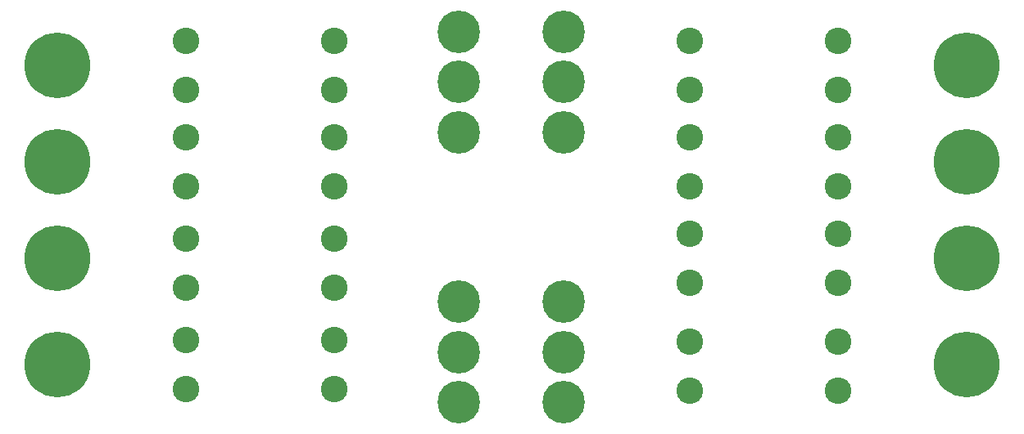
<source format=gbr>
G04 #@! TF.FileFunction,Soldermask,Top*
%FSLAX46Y46*%
G04 Gerber Fmt 4.6, Leading zero omitted, Abs format (unit mm)*
G04 Created by KiCad (PCBNEW 4.0.6-e0-6349~53~ubuntu16.04.1) date Sun Aug 13 20:05:00 2017*
%MOMM*%
%LPD*%
G01*
G04 APERTURE LIST*
%ADD10C,0.100000*%
%ADD11C,2.749500*%
%ADD12C,6.800000*%
%ADD13C,1.000000*%
%ADD14C,4.400000*%
G04 APERTURE END LIST*
D10*
D11*
X84660640Y-122460000D03*
X84660640Y-127540000D03*
X69339360Y-122460000D03*
X69339360Y-127540000D03*
X84660640Y-132460000D03*
X84660640Y-137540000D03*
X69339360Y-132460000D03*
X69339360Y-137540000D03*
X84660640Y-142920000D03*
X84660640Y-148000000D03*
X69339360Y-142920000D03*
X69339360Y-148000000D03*
X84660640Y-153460000D03*
X84660640Y-158540000D03*
X69339360Y-153460000D03*
X69339360Y-158540000D03*
X121339360Y-158737300D03*
X121339360Y-153657300D03*
X136660640Y-158737300D03*
X136660640Y-153657300D03*
X121339360Y-147540000D03*
X121339360Y-142460000D03*
X136660640Y-147540000D03*
X136660640Y-142460000D03*
X121339360Y-137540000D03*
X121339360Y-132460000D03*
X136660640Y-137540000D03*
X136660640Y-132460000D03*
X121339360Y-127540000D03*
X121339360Y-122460000D03*
X136660640Y-127540000D03*
X136660640Y-122460000D03*
D12*
X56000000Y-125000000D03*
D13*
X58400000Y-125000000D03*
X57697056Y-126697056D03*
X56000000Y-127400000D03*
X54302944Y-126697056D03*
X53600000Y-125000000D03*
X54302944Y-123302944D03*
X56000000Y-122600000D03*
X57697056Y-123302944D03*
D12*
X56000000Y-135000000D03*
D13*
X58400000Y-135000000D03*
X57697056Y-136697056D03*
X56000000Y-137400000D03*
X54302944Y-136697056D03*
X53600000Y-135000000D03*
X54302944Y-133302944D03*
X56000000Y-132600000D03*
X57697056Y-133302944D03*
D12*
X56000000Y-145000000D03*
D13*
X58400000Y-145000000D03*
X57697056Y-146697056D03*
X56000000Y-147400000D03*
X54302944Y-146697056D03*
X53600000Y-145000000D03*
X54302944Y-143302944D03*
X56000000Y-142600000D03*
X57697056Y-143302944D03*
D12*
X56000000Y-156000000D03*
D13*
X58400000Y-156000000D03*
X57697056Y-157697056D03*
X56000000Y-158400000D03*
X54302944Y-157697056D03*
X53600000Y-156000000D03*
X54302944Y-154302944D03*
X56000000Y-153600000D03*
X57697056Y-154302944D03*
D12*
X150000000Y-156000000D03*
D13*
X152400000Y-156000000D03*
X151697056Y-157697056D03*
X150000000Y-158400000D03*
X148302944Y-157697056D03*
X147600000Y-156000000D03*
X148302944Y-154302944D03*
X150000000Y-153600000D03*
X151697056Y-154302944D03*
D12*
X150000000Y-145000000D03*
D13*
X152400000Y-145000000D03*
X151697056Y-146697056D03*
X150000000Y-147400000D03*
X148302944Y-146697056D03*
X147600000Y-145000000D03*
X148302944Y-143302944D03*
X150000000Y-142600000D03*
X151697056Y-143302944D03*
D12*
X150000000Y-135000000D03*
D13*
X152400000Y-135000000D03*
X151697056Y-136697056D03*
X150000000Y-137400000D03*
X148302944Y-136697056D03*
X147600000Y-135000000D03*
X148302944Y-133302944D03*
X150000000Y-132600000D03*
X151697056Y-133302944D03*
D12*
X150000000Y-125000000D03*
D13*
X152400000Y-125000000D03*
X151697056Y-126697056D03*
X150000000Y-127400000D03*
X148302944Y-126697056D03*
X147600000Y-125000000D03*
X148302944Y-123302944D03*
X150000000Y-122600000D03*
X151697056Y-123302944D03*
D14*
X97500000Y-149500000D03*
X108300000Y-149500000D03*
X97500000Y-154710000D03*
X108300000Y-154710000D03*
X97500000Y-159920000D03*
X108300000Y-159920000D03*
X97500000Y-121500000D03*
X108300000Y-121500000D03*
X97500000Y-126710000D03*
X108300000Y-126710000D03*
X97500000Y-131920000D03*
X108300000Y-131920000D03*
M02*

</source>
